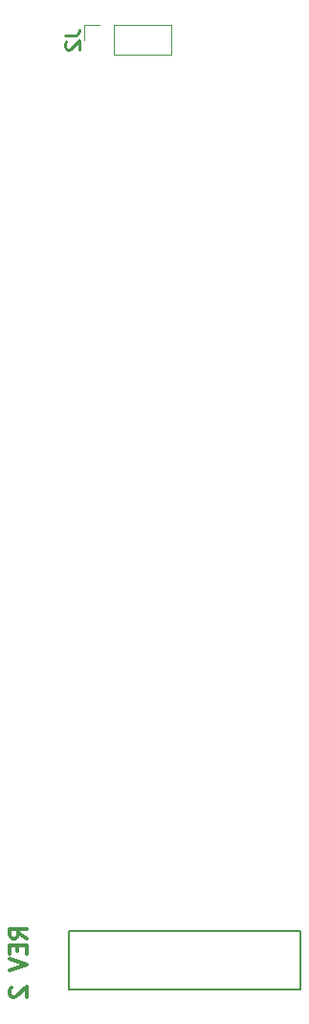
<source format=gbo>
%TF.GenerationSoftware,KiCad,Pcbnew,(6.0.1)*%
%TF.CreationDate,2022-10-17T21:59:08-04:00*%
%TF.ProjectId,ER-VCO-03-DB,45522d56-434f-42d3-9033-2d44422e6b69,1*%
%TF.SameCoordinates,Original*%
%TF.FileFunction,Legend,Bot*%
%TF.FilePolarity,Positive*%
%FSLAX46Y46*%
G04 Gerber Fmt 4.6, Leading zero omitted, Abs format (unit mm)*
G04 Created by KiCad (PCBNEW (6.0.1)) date 2022-10-17 21:59:08*
%MOMM*%
%LPD*%
G01*
G04 APERTURE LIST*
%ADD10C,0.150000*%
%ADD11C,0.375000*%
%ADD12C,0.254000*%
%ADD13C,0.120000*%
G04 APERTURE END LIST*
D10*
X57861200Y-85699600D02*
X78333600Y-85699600D01*
X78333600Y-85699600D02*
X78333600Y-90855800D01*
X78333600Y-90855800D02*
X57861200Y-90855800D01*
X57861200Y-90855800D02*
X57861200Y-85699600D01*
D11*
X54069371Y-86350742D02*
X53355085Y-85850742D01*
X54069371Y-85493600D02*
X52569371Y-85493600D01*
X52569371Y-86065028D01*
X52640800Y-86207885D01*
X52712228Y-86279314D01*
X52855085Y-86350742D01*
X53069371Y-86350742D01*
X53212228Y-86279314D01*
X53283657Y-86207885D01*
X53355085Y-86065028D01*
X53355085Y-85493600D01*
X53283657Y-86993600D02*
X53283657Y-87493600D01*
X54069371Y-87707885D02*
X54069371Y-86993600D01*
X52569371Y-86993600D01*
X52569371Y-87707885D01*
X52569371Y-88136457D02*
X54069371Y-88636457D01*
X52569371Y-89136457D01*
X52712228Y-90707885D02*
X52640800Y-90779314D01*
X52569371Y-90922171D01*
X52569371Y-91279314D01*
X52640800Y-91422171D01*
X52712228Y-91493600D01*
X52855085Y-91565028D01*
X52997942Y-91565028D01*
X53212228Y-91493600D01*
X54069371Y-90636457D01*
X54069371Y-91565028D01*
D12*
%TO.C,J2*%
X57474523Y-6576666D02*
X58381666Y-6576666D01*
X58563095Y-6516190D01*
X58684047Y-6395238D01*
X58744523Y-6213809D01*
X58744523Y-6092857D01*
X57595476Y-7120952D02*
X57535000Y-7181428D01*
X57474523Y-7302380D01*
X57474523Y-7604761D01*
X57535000Y-7725714D01*
X57595476Y-7786190D01*
X57716428Y-7846666D01*
X57837380Y-7846666D01*
X58018809Y-7786190D01*
X58744523Y-7060476D01*
X58744523Y-7846666D01*
D13*
X59170000Y-5670000D02*
X59170000Y-7000000D01*
X61770000Y-5670000D02*
X66910000Y-5670000D01*
X61770000Y-8330000D02*
X66910000Y-8330000D01*
X61770000Y-5670000D02*
X61770000Y-8330000D01*
X60500000Y-5670000D02*
X59170000Y-5670000D01*
X66910000Y-5670000D02*
X66910000Y-8330000D01*
%TD*%
M02*

</source>
